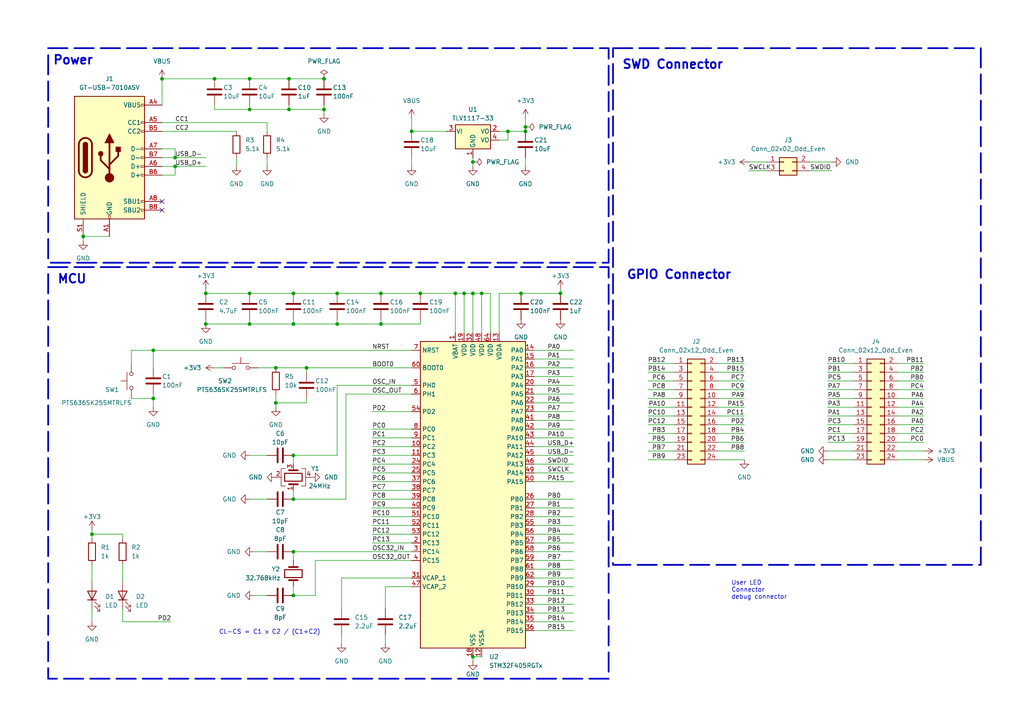
<source format=kicad_sch>
(kicad_sch (version 20230121) (generator eeschema)
  (paper "A4")
  (title_block (title "STM32F405 Development Board"))
  (lib_symbols
    (symbol "Connector:USB_C_Receptacle_USB2.0" (pin_names (offset 1.016))
      (property "Reference" "J" (at -10.16 19.05 0))
      (property "Value" "USB_C_Receptacle_USB2.0" (at 19.05 19.05 0))
      (symbol "USB_C_Receptacle_USB2.0_1_1"
        (pin passive line (at 0 -22.86 90) (length 5.08) (name "GND") (number "A1"))
        (pin passive line (at 0 -22.86 90) (length 5.08) hide (name "GND") (number "A12"))
        (pin passive line (at 15.24 15.24 180) (length 5.08) (name "VBUS") (number "A4"))
        (pin bidirectional line (at 15.24 10.16 180) (length 5.08) (name "CC1") (number "A5"))
        (pin bidirectional line (at 15.24 -2.54 180) (length 5.08) (name "D+") (number "A6"))
        (pin bidirectional line (at 15.24 2.54 180) (length 5.08) (name "D-") (number "A7"))
        (pin bidirectional line (at 15.24 -12.7 180) (length 5.08) (name "SBU1") (number "A8"))
        (pin passive line (at 15.24 15.24 180) (length 5.08) hide (name "VBUS") (number "A9"))
        (pin passive line (at 0 -22.86 90) (length 5.08) hide (name "GND") (number "B1"))
        (pin passive line (at 0 -22.86 90) (length 5.08) hide (name "GND") (number "B12"))
        (pin passive line (at 15.24 15.24 180) (length 5.08) hide (name "VBUS") (number "B4"))
        (pin bidirectional line (at 15.24 7.62 180) (length 5.08) (name "CC2") (number "B5"))
        (pin bidirectional line (at 15.24 -5.08 180) (length 5.08) (name "D+") (number "B6"))
        (pin bidirectional line (at 15.24 0 180) (length 5.08) (name "D-") (number "B7"))
        (pin bidirectional line (at 15.24 -15.24 180) (length 5.08) (name "SBU2") (number "B8"))
        (pin passive line (at 15.24 15.24 180) (length 5.08) hide (name "VBUS") (number "B9"))
        (pin passive line (at -7.62 -22.86 90) (length 5.08) (name "SHIELD") (number "S1"))
      )
    )
    (symbol "Connector_Generic:Conn_02x02_Odd_Even" (pin_names (offset 1.016) hide)
      (property "Reference" "J" (at 1.27 2.54 0))
      (property "Value" "Conn_02x02_Odd_Even" (at 1.27 -5.08 0))
      (symbol "Conn_02x02_Odd_Even_1_1"
        (pin passive line (at -5.08 0 0) (length 3.81) (name "Pin_1") (number "1"))
        (pin passive line (at 7.62 0 180) (length 3.81) (name "Pin_2") (number "2"))
        (pin passive line (at -5.08 -2.54 0) (length 3.81) (name "Pin_3") (number "3"))
        (pin passive line (at 7.62 -2.54 180) (length 3.81) (name "Pin_4") (number "4"))
      )
    )
    (symbol "Connector_Generic:Conn_02x12_Odd_Even" (pin_names (offset 1.016) hide)
      (property "Reference" "J" (at 1.27 15.24 0))
      (property "Value" "Conn_02x12_Odd_Even" (at 1.27 -17.78 0))
      (symbol "Conn_02x12_Odd_Even_1_1"
        (pin passive line (at -5.08 12.7 0) (length 3.81) (name "Pin_1") (number "1"))
        (pin passive line (at 7.62 2.54 180) (length 3.81) (name "Pin_10") (number "10"))
        (pin passive line (at -5.08 0 0) (length 3.81) (name "Pin_11") (number "11"))
        (pin passive line (at 7.62 0 180) (length 3.81) (name "Pin_12") (number "12"))
        (pin passive line (at -5.08 -2.54 0) (length 3.81) (name "Pin_13") (number "13"))
        (pin passive line (at 7.62 -2.54 180) (length 3.81) (name "Pin_14") (number "14"))
        (pin passive line (at -5.08 -5.08 0) (length 3.81) (name "Pin_15") (number "15"))
        (pin passive line (at 7.62 -5.08 180) (length 3.81) (name "Pin_16") (number "16"))
        (pin passive line (at -5.08 -7.62 0) (length 3.81) (name "Pin_17") (number "17"))
        (pin passive line (at 7.62 -7.62 180) (length 3.81) (name "Pin_18") (number "18"))
        (pin passive line (at -5.08 -10.16 0) (length 3.81) (name "Pin_19") (number "19"))
        (pin passive line (at 7.62 12.7 180) (length 3.81) (name "Pin_2") (number "2"))
        (pin passive line (at 7.62 -10.16 180) (length 3.81) (name "Pin_20") (number "20"))
        (pin passive line (at -5.08 -12.7 0) (length 3.81) (name "Pin_21") (number "21"))
        (pin passive line (at 7.62 -12.7 180) (length 3.81) (name "Pin_22") (number "22"))
        (pin passive line (at -5.08 -15.24 0) (length 3.81) (name "Pin_23") (number "23"))
        (pin passive line (at 7.62 -15.24 180) (length 3.81) (name "Pin_24") (number "24"))
        (pin passive line (at -5.08 10.16 0) (length 3.81) (name "Pin_3") (number "3"))
        (pin passive line (at 7.62 10.16 180) (length 3.81) (name "Pin_4") (number "4"))
        (pin passive line (at -5.08 7.62 0) (length 3.81) (name "Pin_5") (number "5"))
        (pin passive line (at 7.62 7.62 180) (length 3.81) (name "Pin_6") (number "6"))
        (pin passive line (at -5.08 5.08 0) (length 3.81) (name "Pin_7") (number "7"))
        (pin passive line (at 7.62 5.08 180) (length 3.81) (name "Pin_8") (number "8"))
        (pin passive line (at -5.08 2.54 0) (length 3.81) (name "Pin_9") (number "9"))
      )
    )
    (symbol "Device:C" (pin_numbers hide) (pin_names (offset 0.254))
      (property "Reference" "C" (at 0.635 2.54 0))
      (property "Value" "C" (at 0.635 -2.54 0))
      (symbol "C_1_1"
        (pin passive line (at 0 3.81 270) (length 2.794) (name "~") (number "1"))
        (pin passive line (at 0 -3.81 90) (length 2.794) (name "~") (number "2"))
      )
    )
    (symbol "Device:Crystal" (pin_numbers hide) (pin_names (offset 1.016) hide)
      (property "Reference" "Y" (at 0 3.81 0))
      (property "Value" "Crystal" (at 0 -3.81 0))
      (symbol "Crystal_1_1"
        (pin passive line (at -3.81 0 0) (length 1.27) (name "1") (number "1"))
        (pin passive line (at 3.81 0 180) (length 1.27) (name "2") (number "2"))
      )
    )
    (symbol "Device:Crystal_GND24" (pin_names (offset 1.016) hide)
      (property "Reference" "Y" (at 3.175 5.08 0))
      (property "Value" "Crystal_GND24" (at 3.175 3.175 0))
      (symbol "Crystal_GND24_1_1"
        (pin passive line (at -3.81 0 0) (length 1.27) (name "1") (number "1"))
        (pin passive line (at 0 5.08 270) (length 1.27) (name "2") (number "2"))
        (pin passive line (at 3.81 0 180) (length 1.27) (name "3") (number "3"))
        (pin passive line (at 0 -5.08 90) (length 1.27) (name "4") (number "4"))
      )
    )
    (symbol "Device:LED" (pin_numbers hide) (pin_names (offset 1.016) hide)
      (property "Reference" "D" (at 0 2.54 0))
      (property "Value" "LED" (at 0 -2.54 0))
      (symbol "LED_1_1"
        (pin passive line (at -3.81 0 0) (length 2.54) (name "K") (number "1"))
        (pin passive line (at 3.81 0 180) (length 2.54) (name "A") (number "2"))
      )
    )
    (symbol "Device:R" (pin_numbers hide) (pin_names (offset 0))
      (property "Reference" "R" (at 2.032 0 90))
      (property "Value" "R" (at 0 0 90))
      (symbol "R_1_1"
        (pin passive line (at 0 3.81 270) (length 1.27) (name "~") (number "1"))
        (pin passive line (at 0 -3.81 90) (length 1.27) (name "~") (number "2"))
      )
    )
    (symbol "MCU_ST_STM32F4:STM32F405RGTx"
      (property "Reference" "U" (at -15.24 46.99 0))
      (property "Value" "STM32F405RGTx" (at 10.16 46.99 0))
      (symbol "STM32F405RGTx_1_1"
        (pin power_in line (at -5.08 48.26 270) (length 2.54) (name "VBAT") (number "1"))
        (pin bidirectional line (at -17.78 15.24 0) (length 2.54) (name "PC2") (number "10"))
        (pin bidirectional line (at -17.78 12.7 0) (length 2.54) (name "PC3") (number "11"))
        (pin power_in line (at 2.54 -45.72 90) (length 2.54) (name "VSSA") (number "12"))
        (pin power_in line (at 7.62 48.26 270) (length 2.54) (name "VDDA") (number "13"))
        (pin bidirectional line (at 17.78 43.18 180) (length 2.54) (name "PA0") (number "14"))
        (pin bidirectional line (at 17.78 40.64 180) (length 2.54) (name "PA1") (number "15"))
        (pin bidirectional line (at 17.78 38.1 180) (length 2.54) (name "PA2") (number "16"))
        (pin bidirectional line (at 17.78 35.56 180) (length 2.54) (name "PA3") (number "17"))
        (pin power_in line (at 0 -45.72 90) (length 2.54) (name "VSS") (number "18"))
        (pin power_in line (at -2.54 48.26 270) (length 2.54) (name "VDD") (number "19"))
        (pin bidirectional line (at -17.78 -12.7 0) (length 2.54) (name "PC13") (number "2"))
        (pin bidirectional line (at 17.78 33.02 180) (length 2.54) (name "PA4") (number "20"))
        (pin bidirectional line (at 17.78 30.48 180) (length 2.54) (name "PA5") (number "21"))
        (pin bidirectional line (at 17.78 27.94 180) (length 2.54) (name "PA6") (number "22"))
        (pin bidirectional line (at 17.78 25.4 180) (length 2.54) (name "PA7") (number "23"))
        (pin bidirectional line (at -17.78 10.16 0) (length 2.54) (name "PC4") (number "24"))
        (pin bidirectional line (at -17.78 7.62 0) (length 2.54) (name "PC5") (number "25"))
        (pin bidirectional line (at 17.78 0 180) (length 2.54) (name "PB0") (number "26"))
        (pin bidirectional line (at 17.78 -2.54 180) (length 2.54) (name "PB1") (number "27"))
        (pin bidirectional line (at 17.78 -5.08 180) (length 2.54) (name "PB2") (number "28"))
        (pin bidirectional line (at 17.78 -25.4 180) (length 2.54) (name "PB10") (number "29"))
        (pin bidirectional line (at -17.78 -15.24 0) (length 2.54) (name "PC14") (number "3"))
        (pin bidirectional line (at 17.78 -27.94 180) (length 2.54) (name "PB11") (number "30"))
        (pin power_out line (at -17.78 -22.86 0) (length 2.54) (name "VCAP_1") (number "31"))
        (pin power_in line (at 0 48.26 270) (length 2.54) (name "VDD") (number "32"))
        (pin bidirectional line (at 17.78 -30.48 180) (length 2.54) (name "PB12") (number "33"))
        (pin bidirectional line (at 17.78 -33.02 180) (length 2.54) (name "PB13") (number "34"))
        (pin bidirectional line (at 17.78 -35.56 180) (length 2.54) (name "PB14") (number "35"))
        (pin bidirectional line (at 17.78 -38.1 180) (length 2.54) (name "PB15") (number "36"))
        (pin bidirectional line (at -17.78 5.08 0) (length 2.54) (name "PC6") (number "37"))
        (pin bidirectional line (at -17.78 2.54 0) (length 2.54) (name "PC7") (number "38"))
        (pin bidirectional line (at -17.78 0 0) (length 2.54) (name "PC8") (number "39"))
        (pin bidirectional line (at -17.78 -17.78 0) (length 2.54) (name "PC15") (number "4"))
        (pin bidirectional line (at -17.78 -2.54 0) (length 2.54) (name "PC9") (number "40"))
        (pin bidirectional line (at 17.78 22.86 180) (length 2.54) (name "PA8") (number "41"))
        (pin bidirectional line (at 17.78 20.32 180) (length 2.54) (name "PA9") (number "42"))
        (pin bidirectional line (at 17.78 17.78 180) (length 2.54) (name "PA10") (number "43"))
        (pin bidirectional line (at 17.78 15.24 180) (length 2.54) (name "PA11") (number "44"))
        (pin bidirectional line (at 17.78 12.7 180) (length 2.54) (name "PA12") (number "45"))
        (pin bidirectional line (at 17.78 10.16 180) (length 2.54) (name "PA13") (number "46"))
        (pin power_out line (at -17.78 -25.4 0) (length 2.54) (name "VCAP_2") (number "47"))
        (pin power_in line (at 2.54 48.26 270) (length 2.54) (name "VDD") (number "48"))
        (pin bidirectional line (at 17.78 7.62 180) (length 2.54) (name "PA14") (number "49"))
        (pin bidirectional line (at -17.78 33.02 0) (length 2.54) (name "PH0") (number "5"))
        (pin bidirectional line (at 17.78 5.08 180) (length 2.54) (name "PA15") (number "50"))
        (pin bidirectional line (at -17.78 -5.08 0) (length 2.54) (name "PC10") (number "51"))
        (pin bidirectional line (at -17.78 -7.62 0) (length 2.54) (name "PC11") (number "52"))
        (pin bidirectional line (at -17.78 -10.16 0) (length 2.54) (name "PC12") (number "53"))
        (pin bidirectional line (at -17.78 25.4 0) (length 2.54) (name "PD2") (number "54"))
        (pin bidirectional line (at 17.78 -7.62 180) (length 2.54) (name "PB3") (number "55"))
        (pin bidirectional line (at 17.78 -10.16 180) (length 2.54) (name "PB4") (number "56"))
        (pin bidirectional line (at 17.78 -12.7 180) (length 2.54) (name "PB5") (number "57"))
        (pin bidirectional line (at 17.78 -15.24 180) (length 2.54) (name "PB6") (number "58"))
        (pin bidirectional line (at 17.78 -17.78 180) (length 2.54) (name "PB7") (number "59"))
        (pin bidirectional line (at -17.78 30.48 0) (length 2.54) (name "PH1") (number "6"))
        (pin input line (at -17.78 38.1 0) (length 2.54) (name "BOOT0") (number "60"))
        (pin bidirectional line (at 17.78 -20.32 180) (length 2.54) (name "PB8") (number "61"))
        (pin bidirectional line (at 17.78 -22.86 180) (length 2.54) (name "PB9") (number "62"))
        (pin passive line (at 0 -45.72 90) (length 2.54) hide (name "VSS") (number "63"))
        (pin power_in line (at 5.08 48.26 270) (length 2.54) (name "VDD") (number "64"))
        (pin input line (at -17.78 43.18 0) (length 2.54) (name "NRST") (number "7"))
        (pin bidirectional line (at -17.78 20.32 0) (length 2.54) (name "PC0") (number "8"))
        (pin bidirectional line (at -17.78 17.78 0) (length 2.54) (name "PC1") (number "9"))
      )
    )
    (symbol "Regulator_Linear:TLV1117-33" (pin_names (offset 0.254))
      (property "Reference" "U2" (at 0 6.35 0))
      (property "Value" "TLV1117-33" (at 0 3.81 0))
      (symbol "TLV1117-33_1_1"
        (pin power_in line (at 0 -7.62 90) (length 2.54) (name "GND") (number "1"))
        (pin power_out line (at 7.62 0 180) (length 2.54) (name "VO") (number "2"))
        (pin power_in line (at -7.62 0 0) (length 2.54) (name "VI") (number "3"))
        (pin power_out line (at 7.62 -2.54 180) (length 2.54) (name "VO") (number "4"))
      )
    )
    (symbol "Switch:SW_Omron_B3FS" (pin_numbers hide) (pin_names (offset 1.016) hide)
      (property "Reference" "SW" (at 1.27 2.54 0))
      (property "Value" "SW_Omron_B3FS" (at 0 -1.524 0))
      (symbol "SW_Omron_B3FS_0_1"
        (pin passive line (at -5.08 0 0) (length 2.54) (name "1") (number "1"))
        (pin passive line (at 5.08 0 180) (length 2.54) (name "2") (number "2"))
      )
    )
    (symbol "power:+3V3" (power) (pin_names (offset 0))
      (property "Value" "+3V3" (at 0 3.556 0))
      (symbol "+3V3_1_1"
        (pin power_in line (at 0 0 90) (length 0) hide (name "+3V3") (number "1"))
      )
    )
    (symbol "power:GND" (power) (pin_names (offset 0))
      (property "Value" "GND" (at 0 -3.81 0))
      (symbol "GND_1_1"
        (pin power_in line (at 0 0 270) (length 0) hide (name "GND") (number "1"))
      )
    )
    (symbol "power:PWR_FLAG" (power) (pin_numbers hide) (pin_names (offset 0) hide)
      (property "Value" "PWR_FLAG" (at 0 3.81 0))
      (symbol "PWR_FLAG_0_0"
        (pin power_out line (at 0 0 90) (length 0) (name "pwr") (number "1"))
      )
    )
    (symbol "power:VBUS" (power) (pin_names (offset 0))
      (property "Value" "VBUS" (at 0 3.81 0))
      (symbol "VBUS_1_1"
        (pin power_in line (at 0 0 90) (length 0) hide (name "VBUS") (number "1"))
      )
    )
  )
  (junction (at 88.9 106.68))
  (junction (at 97.79 93.98))
  (junction (at 72.39 22.86))
  (junction (at 59.69 85.09))
  (junction (at 85.09 172.72))
  (junction (at 44.45 115.57))
  (junction (at 110.49 85.09))
  (junction (at 83.82 31.75))
  (junction (at 72.39 31.75))
  (junction (at 97.79 85.09))
  (junction (at 50.8 45.72))
  (junction (at 80.01 116.84))
  (junction (at 85.09 132.08))
  (junction (at 93.98 31.75))
  (junction (at 26.67 154.94))
  (junction (at 62.23 22.86))
  (junction (at 137.16 85.09))
  (junction (at 110.49 93.98))
  (junction (at 83.82 22.86))
  (junction (at 85.09 160.02))
  (junction (at 147.32 38.1))
  (junction (at 85.09 144.78))
  (junction (at 72.39 93.98))
  (junction (at 151.13 85.09))
  (junction (at 85.09 85.09))
  (junction (at 80.01 106.68))
  (junction (at 134.62 85.09))
  (junction (at 44.45 101.6))
  (junction (at 50.8 48.26))
  (junction (at 119.38 38.1))
  (junction (at 85.09 93.98))
  (junction (at 137.16 46.99))
  (junction (at 93.98 22.86))
  (junction (at 152.4 38.1))
  (junction (at 152.4 36.83))
  (junction (at 137.16 190.5))
  (junction (at 139.7 85.09))
  (junction (at 162.56 85.09))
  (junction (at 132.08 85.09))
  (junction (at 121.92 85.09))
  (junction (at 24.13 68.58))
  (junction (at 72.39 85.09))
  (junction (at 46.99 22.86))
  (junction (at 59.69 93.98))
  (no_connect (at 46.99 60.96))
  (no_connect (at 46.99 58.42))
  (wire (pts (xy 215.9 113.03) (xy 208.28 113.03)))
  (wire (pts (xy 215.9 120.65) (xy 208.28 120.65)))
  (wire (pts (xy 154.94 149.86) (xy 166.37 149.86)))
  (wire (pts (xy 107.95 142.24) (xy 119.38 142.24)))
  (wire (pts (xy 134.62 85.09) (xy 134.62 96.52)))
  (wire (pts (xy 154.94 144.78) (xy 166.37 144.78)))
  (wire (pts (xy 215.9 110.49) (xy 208.28 110.49)))
  (wire (pts (xy 68.58 45.72) (xy 68.58 48.26)))
  (wire (pts (xy 240.03 110.49) (xy 247.65 110.49)))
  (wire (pts (xy 154.94 127) (xy 166.37 127)))
  (wire (pts (xy 35.56 163.83) (xy 35.56 168.91)))
  (wire (pts (xy 72.39 85.09) (xy 85.09 85.09)))
  (wire (pts (xy 110.49 85.09) (xy 121.92 85.09)))
  (wire (pts (xy 139.7 85.09) (xy 142.24 85.09)))
  (wire (pts (xy 100.33 114.3) (xy 119.38 114.3)))
  (wire (pts (xy 267.97 128.27) (xy 260.35 128.27)))
  (wire (pts (xy 121.92 85.09) (xy 132.08 85.09)))
  (wire (pts (xy 154.94 160.02) (xy 166.37 160.02)))
  (wire (pts (xy 44.45 115.57) (xy 44.45 114.3)))
  (wire (pts (xy 107.95 119.38) (xy 119.38 119.38)))
  (wire (pts (xy 144.78 38.1) (xy 147.32 38.1)))
  (wire (pts (xy 24.13 68.58) (xy 31.75 68.58)))
  (wire (pts (xy 91.44 172.72) (xy 91.44 162.56)))
  (wire (pts (xy 240.03 120.65) (xy 247.65 120.65)))
  (wire (pts (xy 100.33 144.78) (xy 100.33 114.3)))
  (wire (pts (xy 152.4 34.29) (xy 152.4 36.83)))
  (wire (pts (xy 107.95 157.48) (xy 119.38 157.48)))
  (wire (pts (xy 195.58 120.65) (xy 187.96 120.65)))
  (wire (pts (xy 154.94 167.64) (xy 166.37 167.64)))
  (wire (pts (xy 217.17 46.99) (xy 222.25 46.99)))
  (wire (pts (xy 46.99 35.56) (xy 77.47 35.56)))
  (wire (pts (xy 97.79 111.76) (xy 119.38 111.76)))
  (wire (pts (xy 83.82 22.86) (xy 93.98 22.86)))
  (wire (pts (xy 154.94 129.54) (xy 166.37 129.54)))
  (wire (pts (xy 85.09 170.18) (xy 85.09 172.72)))
  (wire (pts (xy 50.8 43.18) (xy 46.99 43.18)))
  (wire (pts (xy 215.9 130.81) (xy 208.28 130.81)))
  (wire (pts (xy 240.03 125.73) (xy 247.65 125.73)))
  (wire (pts (xy 240.03 107.95) (xy 247.65 107.95)))
  (wire (pts (xy 154.94 106.68) (xy 166.37 106.68)))
  (wire (pts (xy 59.69 83.82) (xy 59.69 85.09)))
  (wire (pts (xy 85.09 92.71) (xy 85.09 93.98)))
  (wire (pts (xy 195.58 125.73) (xy 187.96 125.73)))
  (wire (pts (xy 72.39 31.75) (xy 62.23 31.75)))
  (wire (pts (xy 139.7 85.09) (xy 137.16 85.09)))
  (wire (pts (xy 107.95 147.32) (xy 119.38 147.32)))
  (wire (pts (xy 240.03 113.03) (xy 247.65 113.03)))
  (wire (pts (xy 267.97 133.35) (xy 260.35 133.35)))
  (wire (pts (xy 77.47 35.56) (xy 77.47 38.1)))
  (wire (pts (xy 195.58 130.81) (xy 187.96 130.81)))
  (wire (pts (xy 147.32 38.1) (xy 147.32 40.64)))
  (wire (pts (xy 260.35 130.81) (xy 267.97 130.81)))
  (wire (pts (xy 99.06 184.15) (xy 99.06 186.69)))
  (wire (pts (xy 215.9 123.19) (xy 208.28 123.19)))
  (wire (pts (xy 46.99 22.86) (xy 62.23 22.86)))
  (wire (pts (xy 107.95 154.94) (xy 119.38 154.94)))
  (wire (pts (xy 38.1 101.6) (xy 44.45 101.6)))
  (wire (pts (xy 88.9 116.84) (xy 80.01 116.84)))
  (wire (pts (xy 107.95 137.16) (xy 119.38 137.16)))
  (wire (pts (xy 195.58 107.95) (xy 187.96 107.95)))
  (wire (pts (xy 26.67 163.83) (xy 26.67 168.91)))
  (wire (pts (xy 59.69 85.09) (xy 72.39 85.09)))
  (wire (pts (xy 85.09 93.98) (xy 97.79 93.98)))
  (wire (pts (xy 215.9 115.57) (xy 208.28 115.57)))
  (wire (pts (xy 85.09 85.09) (xy 97.79 85.09)))
  (wire (pts (xy 119.38 167.64) (xy 99.06 167.64)))
  (wire (pts (xy 119.38 170.18) (xy 111.76 170.18)))
  (wire (pts (xy 119.38 34.29) (xy 119.38 38.1)))
  (wire (pts (xy 24.13 68.58) (xy 24.13 69.85)))
  (wire (pts (xy 107.95 134.62) (xy 119.38 134.62)))
  (wire (pts (xy 91.44 162.56) (xy 119.38 162.56)))
  (wire (pts (xy 44.45 115.57) (xy 44.45 118.11)))
  (wire (pts (xy 35.56 176.53) (xy 35.56 180.34)))
  (wire (pts (xy 97.79 132.08) (xy 85.09 132.08)))
  (wire (pts (xy 137.16 45.72) (xy 137.16 46.99)))
  (wire (pts (xy 119.38 45.72) (xy 119.38 48.26)))
  (wire (pts (xy 132.08 85.09) (xy 132.08 96.52)))
  (wire (pts (xy 121.92 93.98) (xy 121.92 92.71)))
  (wire (pts (xy 85.09 160.02) (xy 119.38 160.02)))
  (wire (pts (xy 154.94 175.26) (xy 166.37 175.26)))
  (wire (pts (xy 151.13 85.09) (xy 162.56 85.09)))
  (wire (pts (xy 72.39 30.48) (xy 72.39 31.75)))
  (wire (pts (xy 72.39 132.08) (xy 77.47 132.08)))
  (wire (pts (xy 44.45 101.6) (xy 44.45 106.68)))
  (wire (pts (xy 144.78 85.09) (xy 151.13 85.09)))
  (wire (pts (xy 72.39 144.78) (xy 77.47 144.78)))
  (wire (pts (xy 234.95 46.99) (xy 241.3 46.99)))
  (wire (pts (xy 72.39 92.71) (xy 72.39 93.98)))
  (wire (pts (xy 85.09 172.72) (xy 91.44 172.72)))
  (wire (pts (xy 80.01 116.84) (xy 80.01 118.11)))
  (wire (pts (xy 62.23 106.68) (xy 64.77 106.68)))
  (wire (pts (xy 215.9 118.11) (xy 208.28 118.11)))
  (wire (pts (xy 154.94 152.4) (xy 166.37 152.4)))
  (wire (pts (xy 154.94 109.22) (xy 166.37 109.22)))
  (wire (pts (xy 35.56 180.34) (xy 49.53 180.34)))
  (wire (pts (xy 107.95 152.4) (xy 119.38 152.4)))
  (wire (pts (xy 154.94 137.16) (xy 166.37 137.16)))
  (wire (pts (xy 26.67 176.53) (xy 26.67 180.34)))
  (wire (pts (xy 154.94 116.84) (xy 166.37 116.84)))
  (wire (pts (xy 137.16 191.77) (xy 137.16 190.5)))
  (wire (pts (xy 195.58 110.49) (xy 187.96 110.49)))
  (wire (pts (xy 50.8 48.26) (xy 59.69 48.26)))
  (wire (pts (xy 107.95 124.46) (xy 119.38 124.46)))
  (wire (pts (xy 46.99 50.8) (xy 50.8 50.8)))
  (wire (pts (xy 97.79 93.98) (xy 110.49 93.98)))
  (wire (pts (xy 26.67 154.94) (xy 35.56 154.94)))
  (wire (pts (xy 154.94 111.76) (xy 166.37 111.76)))
  (wire (pts (xy 240.03 128.27) (xy 247.65 128.27)))
  (wire (pts (xy 154.94 104.14) (xy 166.37 104.14)))
  (wire (pts (xy 137.16 85.09) (xy 137.16 96.52)))
  (wire (pts (xy 144.78 40.64) (xy 147.32 40.64)))
  (wire (pts (xy 267.97 105.41) (xy 260.35 105.41)))
  (wire (pts (xy 240.03 130.81) (xy 247.65 130.81)))
  (wire (pts (xy 154.94 139.7) (xy 166.37 139.7)))
  (wire (pts (xy 97.79 92.71) (xy 97.79 93.98)))
  (wire (pts (xy 46.99 38.1) (xy 68.58 38.1)))
  (wire (pts (xy 50.8 45.72) (xy 50.8 43.18)))
  (wire (pts (xy 97.79 85.09) (xy 110.49 85.09)))
  (wire (pts (xy 107.95 127) (xy 119.38 127)))
  (wire (pts (xy 267.97 115.57) (xy 260.35 115.57)))
  (wire (pts (xy 154.94 114.3) (xy 166.37 114.3)))
  (wire (pts (xy 35.56 154.94) (xy 35.56 156.21)))
  (wire (pts (xy 267.97 120.65) (xy 260.35 120.65)))
  (wire (pts (xy 144.78 85.09) (xy 144.78 96.52)))
  (wire (pts (xy 111.76 170.18) (xy 111.76 176.53)))
  (wire (pts (xy 195.58 123.19) (xy 187.96 123.19)))
  (wire (pts (xy 215.9 125.73) (xy 208.28 125.73)))
  (wire (pts (xy 215.9 107.95) (xy 208.28 107.95)))
  (wire (pts (xy 217.17 49.53) (xy 222.25 49.53)))
  (wire (pts (xy 119.38 38.1) (xy 129.54 38.1)))
  (wire (pts (xy 93.98 31.75) (xy 93.98 33.02)))
  (wire (pts (xy 50.8 48.26) (xy 46.99 48.26)))
  (wire (pts (xy 107.95 144.78) (xy 119.38 144.78)))
  (wire (pts (xy 267.97 118.11) (xy 260.35 118.11)))
  (wire (pts (xy 247.65 133.35) (xy 240.03 133.35)))
  (wire (pts (xy 267.97 113.03) (xy 260.35 113.03)))
  (wire (pts (xy 154.94 119.38) (xy 166.37 119.38)))
  (wire (pts (xy 107.95 132.08) (xy 119.38 132.08)))
  (wire (pts (xy 93.98 31.75) (xy 83.82 31.75)))
  (wire (pts (xy 154.94 170.18) (xy 166.37 170.18)))
  (wire (pts (xy 38.1 101.6) (xy 38.1 105.41)))
  (wire (pts (xy 99.06 167.64) (xy 99.06 176.53)))
  (wire (pts (xy 97.79 111.76) (xy 97.79 132.08)))
  (wire (pts (xy 38.1 115.57) (xy 44.45 115.57)))
  (wire (pts (xy 154.94 182.88) (xy 166.37 182.88)))
  (wire (pts (xy 50.8 50.8) (xy 50.8 48.26)))
  (wire (pts (xy 88.9 115.57) (xy 88.9 116.84)))
  (wire (pts (xy 267.97 107.95) (xy 260.35 107.95)))
  (wire (pts (xy 215.9 105.41) (xy 208.28 105.41)))
  (wire (pts (xy 50.8 45.72) (xy 59.69 45.72)))
  (wire (pts (xy 154.94 180.34) (xy 166.37 180.34)))
  (wire (pts (xy 62.23 22.86) (xy 72.39 22.86)))
  (wire (pts (xy 80.01 114.3) (xy 80.01 116.84)))
  (wire (pts (xy 195.58 118.11) (xy 187.96 118.11)))
  (wire (pts (xy 107.95 149.86) (xy 119.38 149.86)))
  (wire (pts (xy 195.58 113.03) (xy 187.96 113.03)))
  (wire (pts (xy 154.94 154.94) (xy 166.37 154.94)))
  (wire (pts (xy 80.01 106.68) (xy 88.9 106.68)))
  (wire (pts (xy 73.66 172.72) (xy 77.47 172.72)))
  (wire (pts (xy 154.94 134.62) (xy 166.37 134.62)))
  (wire (pts (xy 72.39 93.98) (xy 85.09 93.98)))
  (wire (pts (xy 85.09 132.08) (xy 85.09 134.62)))
  (wire (pts (xy 85.09 144.78) (xy 100.33 144.78)))
  (wire (pts (xy 234.95 49.53) (xy 241.3 49.53)))
  (wire (pts (xy 195.58 128.27) (xy 187.96 128.27)))
  (wire (pts (xy 267.97 110.49) (xy 260.35 110.49)))
  (wire (pts (xy 74.93 106.68) (xy 80.01 106.68)))
  (wire (pts (xy 137.16 190.5) (xy 139.7 190.5)))
  (wire (pts (xy 132.08 85.09) (xy 134.62 85.09)))
  (wire (pts (xy 107.95 139.7) (xy 119.38 139.7)))
  (wire (pts (xy 83.82 31.75) (xy 72.39 31.75)))
  (wire (pts (xy 195.58 133.35) (xy 187.96 133.35)))
  (wire (pts (xy 195.58 115.57) (xy 187.96 115.57)))
  (wire (pts (xy 154.94 147.32) (xy 166.37 147.32)))
  (wire (pts (xy 110.49 93.98) (xy 121.92 93.98)))
  (wire (pts (xy 240.03 123.19) (xy 247.65 123.19)))
  (wire (pts (xy 77.47 45.72) (xy 77.47 48.26)))
  (wire (pts (xy 142.24 85.09) (xy 142.24 96.52)))
  (wire (pts (xy 85.09 142.24) (xy 85.09 144.78)))
  (wire (pts (xy 154.94 165.1) (xy 166.37 165.1)))
  (wire (pts (xy 154.94 121.92) (xy 166.37 121.92)))
  (wire (pts (xy 154.94 172.72) (xy 166.37 172.72)))
  (wire (pts (xy 72.39 22.86) (xy 83.82 22.86)))
  (wire (pts (xy 93.98 30.48) (xy 93.98 31.75)))
  (wire (pts (xy 240.03 118.11) (xy 247.65 118.11)))
  (wire (pts (xy 110.49 92.71) (xy 110.49 93.98)))
  (wire (pts (xy 162.56 83.82) (xy 162.56 85.09)))
  (wire (pts (xy 152.4 45.72) (xy 152.4 48.26)))
  (wire (pts (xy 154.94 162.56) (xy 166.37 162.56)))
  (wire (pts (xy 46.99 22.86) (xy 46.99 30.48)))
  (wire (pts (xy 267.97 123.19) (xy 260.35 123.19)))
  (wire (pts (xy 240.03 105.41) (xy 247.65 105.41)))
  (wire (pts (xy 154.94 101.6) (xy 166.37 101.6)))
  (wire (pts (xy 137.16 46.99) (xy 137.16 48.26)))
  (wire (pts (xy 73.66 160.02) (xy 77.47 160.02)))
  (wire (pts (xy 59.69 92.71) (xy 59.69 93.98)))
  (wire (pts (xy 59.69 93.98) (xy 72.39 93.98)))
  (wire (pts (xy 267.97 125.73) (xy 260.35 125.73)))
  (wire (pts (xy 134.62 85.09) (xy 137.16 85.09)))
  (wire (pts (xy 215.9 133.35) (xy 208.28 133.35)))
  (wire (pts (xy 62.23 31.75) (xy 62.23 30.48)))
  (wire (pts (xy 26.67 154.94) (xy 26.67 156.21)))
  (wire (pts (xy 88.9 106.68) (xy 88.9 107.95)))
  (wire (pts (xy 195.58 105.41) (xy 187.96 105.41)))
  (wire (pts (xy 107.95 129.54) (xy 119.38 129.54)))
  (wire (pts (xy 154.94 157.48) (xy 166.37 157.48)))
  (wire (pts (xy 111.76 184.15) (xy 111.76 186.69)))
  (wire (pts (xy 152.4 36.83) (xy 152.4 38.1)))
  (wire (pts (xy 139.7 96.52) (xy 139.7 85.09)))
  (wire (pts (xy 88.9 106.68) (xy 119.38 106.68)))
  (wire (pts (xy 154.94 132.08) (xy 166.37 132.08)))
  (wire (pts (xy 240.03 115.57) (xy 247.65 115.57)))
  (wire (pts (xy 44.45 101.6) (xy 119.38 101.6)))
  (wire (pts (xy 154.94 177.8) (xy 166.37 177.8)))
  (wire (pts (xy 147.32 38.1) (xy 152.4 38.1)))
  (wire (pts (xy 215.9 128.27) (xy 208.28 128.27)))
  (wire (pts (xy 46.99 45.72) (xy 50.8 45.72)))
  (wire (pts (xy 154.94 124.46) (xy 166.37 124.46)))
  (wire (pts (xy 83.82 30.48) (xy 83.82 31.75)))
  (wire (pts (xy 26.67 153.67) (xy 26.67 154.94)))
  (wire (pts (xy 85.09 160.02) (xy 85.09 162.56)))
  (rectangle (start 13.97 77.47) (end 176.53 196.85) (stroke (width 0.508) (type dash)))
  (rectangle (start 13.97 13.97) (end 176.53 76.2) (stroke (width 0.508) (type dash)))
  (rectangle (start 177.8 13.97) (end 284.48 163.83) (stroke (width 0.508) (type dash)))
  (text "Power" (at 15.24 19.05 0) (effects (font (size 2.54 2.54) (thickness 0.508) bold) (justify left bottom)))
  (text "CL-CS = C1 x C2 / (C1+C2)" (at 63.5 184.15 0) (effects (font (size 1.27 1.27)) (justify left bottom)))
  (text "GPIO Connector\n" (at 181.61 81.28 0) (effects (font (size 2.54 2.54) (thickness 0.508) bold) (justify left bottom)))
  (text "User LED\nConnector\ndebug connector\n" (at 212.09 173.99 0) (effects (font (size 1.27 1.27)) (justify left bottom)))
  (text "SWD Connector\n" (at 180.34 20.32 0) (effects (font (size 2.54 2.54) (thickness 0.508) bold) (justify left bottom)))
  (text "MCU\n" (at 16.51 82.55 0) (effects (font (size 2.54 2.54) (thickness 0.508) bold) (justify left bottom)))
  (label "USB_D-" (at 158.75 132.08 0))
  (label "PB9" (at 158.75 167.64 0))
  (label "PB8" (at 215.9 130.81 180))
  (label "PC10" (at 107.95 149.86 0))
  (label "PA9" (at 158.75 124.46 0))
  (label "PB0" (at 158.75 144.78 0))
  (label "PB5" (at 158.75 157.48 0))
  (label "PA2" (at 267.97 120.65 180))
  (label "SWCLK" (at 158.75 137.16 0))
  (label "PC3" (at 107.95 132.08 0))
  (label "PD2" (at 215.9 123.19 180))
  (label "PC10" (at 193.04 120.65 180))
  (label "PC12" (at 193.04 123.19 180))
  (label "PB1" (at 240.03 107.95 0))
  (label "PA9" (at 215.9 115.57 180))
  (label "OSC32_IN" (at 107.95 160.02 0))
  (label "PA1" (at 240.03 120.65 0))
  (label "PC4" (at 267.97 113.03 180))
  (label "PC5" (at 240.03 110.49 0))
  (label "PA3" (at 158.75 109.22 0))
  (label "PC8" (at 107.95 144.78 0))
  (label "PC7" (at 107.95 142.24 0))
  (label "PB4" (at 158.75 154.94 0))
  (label "PD2" (at 107.95 119.38 0))
  (label "PC0" (at 267.97 128.27 180))
  (label "PA7" (at 240.03 113.03 0))
  (label "PC7" (at 215.9 110.49 180))
  (label "PB15" (at 215.9 107.95 180))
  (label "PB3" (at 158.75 152.4 0))
  (label "PA4" (at 158.75 111.76 0))
  (label "SWCLK" (at 217.17 49.53 0))
  (label "PC9" (at 107.95 147.32 0))
  (label "PC4" (at 107.95 134.62 0))
  (label "PC1" (at 107.95 127 0))
  (label "PA5" (at 158.75 114.3 0))
  (label "PB8" (at 158.75 165.1 0))
  (label "PC11" (at 215.9 120.65 180))
  (label "PA10" (at 193.04 118.11 180))
  (label "PC12" (at 107.95 154.94 0))
  (label "PB12" (at 193.04 105.41 180))
  (label "PB4" (at 215.9 125.73 180))
  (label "PB2" (at 267.97 107.95 180))
  (label "PA6" (at 158.75 116.84 0))
  (label "PB11" (at 267.97 105.41 180))
  (label "PA15" (at 158.75 139.7 0))
  (label "USB_D+" (at 50.8 48.26 0))
  (label "PA15" (at 215.9 118.11 180))
  (label "NRST" (at 107.95 101.6 0))
  (label "PC11" (at 107.95 152.4 0))
  (label "SWDIO" (at 158.75 134.62 0))
  (label "BOOT0" (at 107.95 106.68 0))
  (label "PB5" (at 193.04 128.27 180))
  (label "PC1" (at 240.03 125.73 0))
  (label "PA4" (at 267.97 118.11 180))
  (label "PA10" (at 158.75 127 0))
  (label "OSC_IN" (at 107.95 111.76 0))
  (label "PA8" (at 158.75 121.92 0))
  (label "PC3" (at 240.03 123.19 0))
  (label "PC13" (at 240.03 128.27 0))
  (label "PB1" (at 158.75 147.32 0))
  (label "OSC_OUT" (at 107.95 114.3 0))
  (label "CC1" (at 50.8 35.56 0))
  (label "PA0" (at 158.75 101.6 0))
  (label "PA5" (at 240.03 115.57 0))
  (label "PA6" (at 267.97 115.57 180))
  (label "PB9" (at 193.04 133.35 180))
  (label "PC8" (at 193.04 113.03 180))
  (label "PA1" (at 158.75 104.14 0))
  (label "PB12" (at 158.75 175.26 0))
  (label "PB11" (at 158.75 172.72 0))
  (label "PB2" (at 158.75 149.86 0))
  (label "PC6" (at 193.04 110.49 180))
  (label "PB7" (at 193.04 130.81 180))
  (label "PB10" (at 158.75 170.18 0))
  (label "PC9" (at 215.9 113.03 180))
  (label "PB13" (at 215.9 105.41 180))
  (label "PB15" (at 158.75 182.88 0))
  (label "PA8" (at 193.04 115.57 180))
  (label "CC2" (at 50.8 38.1 0))
  (label "PB14" (at 158.75 180.34 0))
  (label "PB3" (at 193.04 125.73 180))
  (label "PB0" (at 267.97 110.49 180))
  (label "PC2" (at 267.97 125.73 180))
  (label "PC0" (at 107.95 124.46 0))
  (label "USB_D-" (at 50.8 45.72 0))
  (label "PA3" (at 240.03 118.11 0))
  (label "PB7" (at 158.75 162.56 0))
  (label "PB10" (at 240.03 105.41 0))
  (label "PC5" (at 107.95 137.16 0))
  (label "SWDIO" (at 234.95 49.53 0))
  (label "USB_D+" (at 158.75 129.54 0))
  (label "PC6" (at 107.95 139.7 0))
  (label "PA0" (at 267.97 123.19 180))
  (label "PD2" (at 45.72 180.34 0))
  (label "PA2" (at 158.75 106.68 0))
  (label "PC2" (at 107.95 129.54 0))
  (label "PB6" (at 158.75 160.02 0))
  (label "PC13" (at 107.95 157.48 0))
  (label "PA7" (at 158.75 119.38 0))
  (label "PB6" (at 215.9 128.27 180))
  (label "PB13" (at 158.75 177.8 0))
  (label "PB14" (at 193.04 107.95 180))
  (label "OSC32_OUT" (at 107.95 162.56 0))
  (symbol (lib_id "Device:Crystal_GND24") (at 85.09 138.43 90) (unit 1)
    (property "Reference" "Y1" (at 91.44 135.89 90))
    (property "Value" "24MHz" (at 92.71 140.97 90))
    (property "Footprint" "Crystal:Crystal_SMD_2520-4Pin_2.5x2.0mm" (effects hide))
    (property "LCSC Part#" "C2901725" (effects hide))
  )
  (symbol (lib_id "Device:C") (at 151.13 88.9 0) (unit 1)
    (property "Reference" "C20" (at 153.67 87.63 0) (effects (justify left)))
    (property "Value" "100nF" (at 153.67 90.17 0) (effects (justify left)))
    (property "Footprint" "Capacitor_SMD:C_0603_1608Metric" (effects hide))
    (property "LCSC Part#" "C14663" (effects hide))
  )
  (symbol (lib_id "Device:R") (at 80.01 110.49 0) (unit 1)
    (property "Reference" "R5" (at 82.55 109.22 0) (effects (justify left)))
    (property "Value" "10k" (at 82.55 111.76 0) (effects (justify left)))
    (property "Footprint" "Resistor_SMD:R_0603_1608Metric" (effects hide))
    (property "LCSC Part#" "C98220" (effects hide))
  )
  (symbol (lib_id "Device:C") (at 88.9 111.76 0) (unit 1)
    (property "Reference" "C12" (at 91.44 110.49 0) (effects (justify left)))
    (property "Value" "100nF" (at 91.44 113.03 0) (effects (justify left)))
    (property "Footprint" "Capacitor_SMD:C_0603_1608Metric" (effects hide))
    (property "LCSC Part#" "C14663" (effects hide))
  )
  (symbol (lib_id "Device:C") (at 99.06 180.34 0) (unit 1)
    (property "Reference" "C15" (at 102.87 179.07 0) (effects (justify left)))
    (property "Value" "2.2uF" (at 102.87 181.61 0) (effects (justify left)))
    (property "Footprint" "Capacitor_SMD:C_0603_1608Metric" (effects hide))
    (property "LCSC Part#" "C126582" (effects hide))
  )
  (symbol (lib_id "power:GND") (at 90.17 138.43 90) (unit 1)
    (property "Reference" "#PWR017" (effects hide))
    (property "Value" "GND" (at 93.98 138.43 90) (effects (justify right)))
  )
  (symbol (lib_id "power:GND") (at 99.06 186.69 0) (unit 1)
    (property "Reference" "#PWR019" (effects hide))
    (property "Value" "GND" (at 99.06 191.77 0))
  )
  (symbol (lib_id "Device:C") (at 72.39 26.67 0) (unit 1)
    (property "Reference" "C4" (at 74.93 25.4 0) (effects (justify left)))
    (property "Value" "10uF" (at 74.93 27.94 0) (effects (justify left)))
    (property "Footprint" "Capacitor_SMD:C_0603_1608Metric" (effects hide))
    (property "LCSC Part#" "C77044" (effects hide))
  )
  (symbol (lib_id "Switch:SW_Omron_B3FS") (at 38.1 110.49 90) (unit 1)
    (property "Reference" "SW1" (at 30.48 113.03 90) (effects (justify right)))
    (property "Value" "PTS636SK25SMTRLFS" (at 17.78 116.84 90) (effects (justify right)))
    (property "Footprint" "Button_Switch_SMD:SW_Tactile_SPST_NO_Straight_CK_PTS636Sx25SMTRLFS" (effects hide))
    (property "Datasheet" "https://datasheet.lcsc.com/lcsc/2110271930_C-K-PTS636SK25SMTRLFS_C2689642.pdf" (effects hide))
    (property "LCSC Part#" "C2689642" (effects hide))
  )
  (symbol (lib_id "Connector_Generic:Conn_02x12_Odd_Even") (at 200.66 118.11 0) (unit 1)
    (property "Reference" "J2" (at 201.93 99.06 0))
    (property "Value" "Conn_02x12_Odd_Even" (at 201.93 101.6 0))
    (property "Footprint" "Connector_PinHeader_2.54mm:PinHeader_2x12_P2.54mm_Vertical" (effects hide))
    (property "LCSC Part#" "C2935922" (effects hide))
  )
  (symbol (lib_id "Device:R") (at 68.58 41.91 0) (unit 1)
    (property "Reference" "R3" (at 71.12 40.64 0) (effects (justify left)))
    (property "Value" "5.1k" (at 71.12 43.18 0) (effects (justify left)))
    (property "Footprint" "Resistor_SMD:R_0603_1608Metric" (effects hide))
    (property "LCSC Part#" "C144594" (effects hide))
  )
  (symbol (lib_id "Device:C") (at 81.28 144.78 90) (unit 1)
    (property "Reference" "C7" (at 81.28 148.59 90))
    (property "Value" "10pF" (at 81.28 151.13 90))
    (property "Footprint" "Capacitor_SMD:C_0603_1608Metric" (effects hide))
    (property "LCSC Part#" "C470847" (effects hide))
  )
  (symbol (lib_id "power:GND") (at 59.69 93.98 0) (unit 1)
    (property "Reference" "#PWR07" (effects hide))
    (property "Value" "GND" (at 59.69 99.06 0))
  )
  (symbol (lib_id "Device:R") (at 77.47 41.91 0) (unit 1)
    (property "Reference" "R4" (at 80.01 40.64 0) (effects (justify left)))
    (property "Value" "5.1k" (at 80.01 43.18 0) (effects (justify left)))
    (property "Footprint" "Resistor_SMD:R_0603_1608Metric" (effects hide))
    (property "LCSC Part#" "C144594" (effects hide))
  )
  (symbol (lib_id "Connector_Generic:Conn_02x02_Odd_Even") (at 227.33 46.99 0) (unit 1)
    (property "Reference" "J3" (at 228.6 40.64 0))
    (property "Value" "Conn_02x02_Odd_Even" (at 228.6 43.18 0))
    (property "Footprint" "Connector_PinHeader_2.54mm:PinHeader_2x02_P2.54mm_Vertical_SMD" (effects hide))
    (property "LCSC Part#" "C5160776" (effects hide))
  )
  (symbol (lib_id "power:PWR_FLAG") (at 137.16 46.99 270) (unit 1)
    (property "Reference" "#FLG02" (effects hide))
    (property "Value" "PWR_FLAG" (at 140.97 46.99 90) (effects (justify left)))
  )
  (symbol (lib_id "Device:C") (at 72.39 88.9 0) (unit 1)
    (property "Reference" "C5" (at 74.93 87.63 0) (effects (justify left)))
    (property "Value" "100nF" (at 74.93 90.17 0) (effects (justify left)))
    (property "Footprint" "Capacitor_SMD:C_0603_1608Metric" (effects hide))
    (property "LCSC Part#" "C14663" (effects hide))
  )
  (symbol (lib_id "power:+3V3") (at 217.17 46.99 90) (unit 1)
    (property "Reference" "#PWR031" (effects hide))
    (property "Value" "+3V3" (at 213.36 46.99 90) (effects (justify left)))
  )
  (symbol (lib_id "power:VBUS") (at 267.97 133.35 270) (mirror x) (unit 1)
    (property "Reference" "#PWR033" (effects hide))
    (property "Value" "VBUS" (at 271.78 133.35 90) (effects (justify left)))
  )
  (symbol (lib_id "Switch:SW_Omron_B3FS") (at 69.85 106.68 0) (unit 1)
    (property "Reference" "SW2" (at 67.31 110.49 0) (effects (justify right)))
    (property "Value" "PTS636SK25SMTRLFS" (at 77.47 113.03 0) (effects (justify right)))
    (property "Footprint" "Button_Switch_SMD:SW_Tactile_SPST_NO_Straight_CK_PTS636Sx25SMTRLFS" (effects hide))
    (property "Datasheet" "https://datasheet.lcsc.com/lcsc/2110271930_C-K-PTS636SK25SMTRLFS_C2689642.pdf" (effects hide))
    (property "LCSC Part#" "C2689642" (effects hide))
  )
  (symbol (lib_id "power:GND") (at 137.16 48.26 0) (unit 1)
    (property "Reference" "#PWR023" (effects hide))
    (property "Value" "GND" (at 137.16 53.34 0))
  )
  (symbol (lib_id "Device:C") (at 119.38 41.91 0) (unit 1)
    (property "Reference" "C18" (at 121.92 40.64 0) (effects (justify left)))
    (property "Value" "10uF" (at 121.92 43.18 0) (effects (justify left)))
    (property "Footprint" "Capacitor_Tantalum_SMD:CP_EIA-3216-18_Kemet-A" (effects hide))
    (property "LCSC Part#" "C110055" (effects hide))
  )
  (symbol (lib_id "power:GND") (at 241.3 46.99 90) (unit 1)
    (property "Reference" "#PWR034" (effects hide))
    (property "Value" "GND" (at 245.11 46.99 90) (effects (justify right)))
  )
  (symbol (lib_id "Device:Crystal") (at 85.09 166.37 270) (unit 1)
    (property "Reference" "Y2" (at 78.74 165.1 90) (effects (justify left)))
    (property "Value" "32.768kHz" (at 71.12 167.64 90) (effects (justify left)))
    (property "Footprint" "Crystal:Crystal_SMD_MicroCrystal_CC8V-T1A-2Pin_2.0x1.2mm_HandSoldering" (effects hide))
    (property "Datasheet" "https://datasheet.lcsc.com/lcsc/2303311830_Micro-Crystal-CM8V-T1A-32-768KHZ-9PF-20PPM-TA-QC_C5142652.pdf" (effects hide))
    (property "LCSC Part#" "C5142652" (effects hide))
  )
  (symbol (lib_id "Device:R") (at 26.67 160.02 0) (unit 1)
    (property "Reference" "R1" (at 29.21 158.75 0) (effects (justify left)))
    (property "Value" "1k" (at 29.21 161.29 0) (effects (justify left)))
    (property "Footprint" "Resistor_SMD:R_0603_1608Metric" (effects hide))
    (property "LCSC Part#" "C22548" (effects hide))
  )
  (symbol (lib_id "Device:C") (at 81.28 172.72 90) (unit 1)
    (property "Reference" "C9" (at 81.28 176.53 90))
    (property "Value" "8pF" (at 81.28 179.07 90))
    (property "Footprint" "Capacitor_SMD:C_0603_1608Metric" (effects hide))
    (property "LCSC Part#" "C327316" (effects hide))
  )
  (symbol (lib_id "power:+3V3") (at 62.23 106.68 90) (unit 1)
    (property "Reference" "#PWR08" (effects hide))
    (property "Value" "+3V3" (at 58.42 106.68 90) (effects (justify left)))
  )
  (symbol (lib_id "power:GND") (at 73.66 160.02 270) (unit 1)
    (property "Reference" "#PWR012" (effects hide))
    (property "Value" "GND" (at 69.85 160.02 90) (effects (justify right)))
  )
  (symbol (lib_id "Device:C") (at 81.28 132.08 90) (unit 1)
    (property "Reference" "C6" (at 81.28 125.73 90))
    (property "Value" "10pF" (at 81.28 128.27 90))
    (property "Footprint" "Capacitor_SMD:C_0603_1608Metric" (effects hide))
    (property "LCSC Part#" "C470847" (effects hide))
  )
  (symbol (lib_id "power:+3V3") (at 162.56 83.82 0) (unit 1)
    (property "Reference" "#PWR028" (effects hide))
    (property "Value" "+3V3" (at 162.56 80.01 0))
  )
  (symbol (lib_id "power:GND") (at 119.38 48.26 0) (unit 1)
    (property "Reference" "#PWR022" (effects hide))
    (property "Value" "GND" (at 119.38 53.34 0))
  )
  (symbol (lib_id "Regulator_Linear:TLV1117-33") (at 137.16 38.1 0) (unit 1)
    (property "Reference" "U1" (at 137.16 31.75 0))
    (property "Value" "TLV1117-33" (at 137.16 34.29 0))
    (property "Footprint" "Package_TO_SOT_SMD:SOT-223" (effects hide))
    (property "Datasheet" "http://www.ti.com/lit/ds/symlink/tlv1117.pdf" (effects hide))
    (property "LCSC Part#" "C37359" (effects hide))
  )
  (symbol (lib_id "Device:C") (at 152.4 41.91 0) (unit 1)
    (property "Reference" "C21" (at 154.94 40.64 0) (effects (justify left)))
    (property "Value" "10uF" (at 154.94 43.18 0) (effects (justify left)))
    (property "Footprint" "Capacitor_Tantalum_SMD:CP_EIA-3216-18_Kemet-A" (effects hide))
    (property "LCSC Part#" "C110055" (effects hide))
  )
  (symbol (lib_id "power:GND") (at 215.9 133.35 0) (mirror y) (unit 1)
    (property "Reference" "#PWR030" (effects hide))
    (property "Value" "GND" (at 215.9 138.43 0))
  )
  (symbol (lib_id "Device:C") (at 81.28 160.02 90) (unit 1)
    (property "Reference" "C8" (at 81.28 153.67 90))
    (property "Value" "8pF" (at 81.28 156.21 90))
    (property "Footprint" "Capacitor_SMD:C_0603_1608Metric" (effects hide))
    (property "LCSC Part#" "C327316" (effects hide))
  )
  (symbol (lib_id "Device:C") (at 93.98 26.67 0) (unit 1)
    (property "Reference" "C13" (at 96.52 25.4 0) (effects (justify left)))
    (property "Value" "100nF" (at 96.52 27.94 0) (effects (justify left)))
    (property "Footprint" "Capacitor_SMD:C_0603_1608Metric" (effects hide))
    (property "LCSC Part#" "C14663" (effects hide))
  )
  (symbol (lib_id "Device:LED") (at 26.67 172.72 90) (unit 1)
    (property "Reference" "D1" (at 30.48 173.0375 90) (effects (justify right)))
    (property "Value" "LED" (at 30.48 175.5775 90) (effects (justify right)))
    (property "Footprint" "LED_SMD:LED_0603_1608Metric" (effects hide))
    (property "LCSC Part#" "C779453" (effects hide))
  )
  (symbol (lib_id "Device:C") (at 85.09 88.9 0) (unit 1)
    (property "Reference" "C11" (at 87.63 87.63 0) (effects (justify left)))
    (property "Value" "100nF" (at 87.63 90.17 0) (effects (justify left)))
    (property "Footprint" "Capacitor_SMD:C_0603_1608Metric" (effects hide))
    (property "LCSC Part#" "C14663" (effects hide))
  )
  (symbol (lib_id "power:GND") (at 152.4 48.26 0) (unit 1)
    (property "Reference" "#PWR027" (effects hide))
    (property "Value" "GND" (at 152.4 53.34 0))
  )
  (symbol (lib_id "Device:C") (at 162.56 88.9 0) (unit 1)
    (property "Reference" "C22" (at 165.1 87.63 0) (effects (justify left)))
    (property "Value" "1uF" (at 165.1 90.17 0) (effects (justify left)))
    (property "Footprint" "Capacitor_SMD:C_0603_1608Metric" (effects hide))
    (property "LCSC Part#" "C77386" (effects hide))
  )
  (symbol (lib_id "Device:LED") (at 35.56 172.72 90) (unit 1)
    (property "Reference" "D2" (at 39.37 173.0375 90) (effects (justify right)))
    (property "Value" "LED" (at 39.37 175.5775 90) (effects (justify right)))
    (property "Footprint" "LED_SMD:LED_0603_1608Metric" (effects hide))
    (property "LCSC Part#" "C779453" (effects hide))
  )
  (symbol (lib_id "Device:C") (at 121.92 88.9 0) (unit 1)
    (property "Reference" "C19" (at 124.46 87.63 0) (effects (justify left)))
    (property "Value" "100nF" (at 124.46 90.17 0) (effects (justify left)))
    (property "Footprint" "Capacitor_SMD:C_0603_1608Metric" (effects hide))
    (property "LCSC Part#" "C14663" (effects hide))
  )
  (symbol (lib_id "Device:C") (at 110.49 88.9 0) (unit 1)
    (property "Reference" "C16" (at 113.03 87.63 0) (effects (justify left)))
    (property "Value" "100nF" (at 113.03 90.17 0) (effects (justify left)))
    (property "Footprint" "Capacitor_SMD:C_0603_1608Metric" (effects hide))
    (property "LCSC Part#" "C14663" (effects hide))
  )
  (symbol (lib_id "power:GND") (at 80.01 118.11 0) (unit 1)
    (property "Reference" "#PWR015" (effects hide))
    (property "Value" "GND" (at 80.01 123.19 0))
  )
  (symbol (lib_id "power:GND") (at 44.45 118.11 0) (unit 1)
    (property "Reference" "#PWR04" (effects hide))
    (property "Value" "GND" (at 44.45 123.19 0))
  )
  (symbol (lib_id "power:GND") (at 26.67 180.34 0) (unit 1)
    (property "Reference" "#PWR03" (effects hide))
    (property "Value" "GND" (at 26.67 185.42 0))
  )
  (symbol (lib_id "Device:C") (at 62.23 26.67 0) (unit 1)
    (property "Reference" "C3" (at 64.77 25.4 0) (effects (justify left)))
    (property "Value" "10uF" (at 64.77 27.94 0) (effects (justify left)))
    (property "Footprint" "Capacitor_SMD:C_0603_1608Metric" (effects hide))
    (property "LCSC Part#" "C77044" (effects hide))
  )
  (symbol (lib_id "power:GND") (at 24.13 69.85 0) (unit 1)
    (property "Reference" "#PWR01" (effects hide))
    (property "Value" "GND" (at 24.13 74.93 0))
  )
  (symbol (lib_id "power:+3V3") (at 59.69 83.82 0) (unit 1)
    (property "Reference" "#PWR06" (effects hide))
    (property "Value" "+3V3" (at 59.69 80.01 0))
  )
  (symbol (lib_id "power:GND") (at 111.76 186.69 0) (unit 1)
    (property "Reference" "#PWR020" (effects hide))
    (property "Value" "GND" (at 111.76 191.77 0))
  )
  (symbol (lib_id "Device:R") (at 35.56 160.02 0) (unit 1)
    (property "Reference" "R2" (at 38.1 158.75 0) (effects (justify left)))
    (property "Value" "1k" (at 38.1 161.29 0) (effects (justify left)))
    (property "Footprint" "Resistor_SMD:R_0603_1608Metric" (effects hide))
    (property "LCSC Part#" "C22548" (effects hide))
  )
  (symbol (lib_id "MCU_ST_STM32F4:STM32F405RGTx") (at 137.16 144.78 0) (unit 1)
    (property "Reference" "U2" (at 141.8941 190.5 0) (effects (justify left)))
    (property "Value" "STM32F405RGTx" (at 141.8941 193.04 0) (effects (justify left)))
    (property "Footprint" "Package_QFP:LQFP-64_10x10mm_P0.5mm" (effects hide))
    (property "Datasheet" "https://www.st.com/resource/en/datasheet/stm32f405rg.pdf" (effects hide))
    (property "LCSC Part#" "C15742" (effects hide))
  )
  (symbol (lib_id "power:VBUS") (at 119.38 34.29 0) (unit 1)
    (property "Reference" "#PWR021" (effects hide))
    (property "Value" "VBUS" (at 119.38 29.21 0))
  )
  (symbol (lib_id "power:GND") (at 240.03 133.35 270) (mirror x) (unit 1)
    (property "Reference" "#PWR035" (effects hide))
    (property "Value" "GND" (at 236.22 133.35 90) (effects (justify right)))
  )
  (symbol (lib_id "power:GND") (at 68.58 48.26 0) (unit 1)
    (property "Reference" "#PWR09" (effects hide))
    (property "Value" "GND" (at 68.58 53.34 0))
  )
  (symbol (lib_id "Device:C") (at 44.45 110.49 0) (unit 1)
    (property "Reference" "C1" (at 46.99 109.22 0) (effects (justify left)))
    (property "Value" "100nF" (at 46.99 111.76 0) (effects (justify left)))
    (property "Footprint" "Capacitor_SMD:C_0603_1608Metric" (effects hide))
    (property "LCSC Part#" "C14663" (effects hide))
  )
  (symbol (lib_id "power:GND") (at 151.13 92.71 0) (unit 1)
    (property "Reference" "#PWR025" (effects hide))
    (property "Value" "GND" (at 151.13 97.79 0))
  )
  (symbol (lib_id "power:GND") (at 77.47 48.26 0) (unit 1)
    (property "Reference" "#PWR014" (effects hide))
    (property "Value" "GND" (at 77.47 53.34 0))
  )
  (symbol (lib_id "power:GND") (at 72.39 144.78 270) (unit 1)
    (property "Reference" "#PWR011" (effects hide))
    (property "Value" "GND" (at 68.58 144.78 90) (effects (justify right)))
  )
  (symbol (lib_id "Connector:USB_C_Receptacle_USB2.0") (at 31.75 45.72 0) (unit 1)
    (property "Reference" "J1" (at 31.75 22.86 0))
    (property "Value" "GT-USB-7010ASV" (at 31.75 25.4 0))
    (property "Footprint" "Connector_USB:USB_C_Receptacle_G-Switch_GT-USB-7010ASV" (effects hide))
    (property "Datasheet" "https://www.usb.org/sites/default/files/documents/usb_type-c.zip" (effects hide))
    (property "LCSC Part#" "C2988369" (effects hide))
  )
  (symbol (lib_id "power:VBUS") (at 46.99 22.86 0) (unit 1)
    (property "Reference" "#PWR05" (effects hide))
    (property "Value" "VBUS" (at 46.99 17.78 0))
  )
  (symbol (lib_id "power:+3V3") (at 152.4 34.29 0) (unit 1)
    (property "Reference" "#PWR026" (effects hide))
    (property "Value" "+3V3" (at 152.4 29.21 0))
  )
  (symbol (lib_id "power:GND") (at 73.66 172.72 270) (unit 1)
    (property "Reference" "#PWR013" (effects hide))
    (property "Value" "GND" (at 69.85 172.72 90) (effects (justify right)))
  )
  (symbol (lib_id "Device:C") (at 83.82 26.67 0) (unit 1)
    (property "Reference" "C10" (at 86.36 25.4 0) (effects (justify left)))
    (property "Value" "1uF" (at 86.36 27.94 0) (effects (justify left)))
    (property "Footprint" "Capacitor_SMD:C_0603_1608Metric" (effects hide))
    (property "LCSC Part#" "C77386" (effects hide))
  )
  (symbol (lib_id "power:GND") (at 72.39 132.08 270) (unit 1)
    (property "Reference" "#PWR010" (effects hide))
    (property "Value" "GND" (at 68.58 132.08 90) (effects (justify right)))
  )
  (symbol (lib_id "Device:C") (at 111.76 180.34 0) (unit 1)
    (property "Reference" "C17" (at 115.57 179.07 0) (effects (justify left)))
    (property "Value" "2.2uF" (at 115.57 181.61 0) (effects (justify left)))
    (property "Footprint" "Capacitor_SMD:C_0603_1608Metric" (effects hide))
    (property "LCSC Part#" "C126582" (effects hide))
  )
  (symbol (lib_id "power:GND") (at 240.03 130.81 270) (mirror x) (unit 1)
    (property "Reference" "#PWR037" (effects hide))
    (property "Value" "GND" (at 236.22 130.81 90) (effects (justify right)))
  )
  (symbol (lib_id "Connector_Generic:Conn_02x12_Odd_Even") (at 252.73 118.11 0) (unit 1)
    (property "Reference" "J4" (at 254 99.06 0))
    (property "Value" "Conn_02x12_Odd_Even" (at 254 101.6 0))
    (property "Footprint" "Connector_PinHeader_2.54mm:PinHeader_2x12_P2.54mm_Vertical" (effects hide))
    (property "LCSC Part#" "C2935922" (effects hide))
  )
  (symbol (lib_id "power:PWR_FLAG") (at 93.98 22.86 0) (unit 1)
    (property "Reference" "#FLG01" (effects hide))
    (property "Value" "PWR_FLAG" (at 93.98 17.78 0))
  )
  (symbol (lib_id "power:GND") (at 80.01 138.43 270) (unit 1)
    (property "Reference" "#PWR016" (effects hide))
    (property "Value" "GND" (at 76.2 138.43 90) (effects (justify right)))
  )
  (symbol (lib_id "power:GND") (at 162.56 92.71 0) (unit 1)
    (property "Reference" "#PWR029" (effects hide))
    (property "Value" "GND" (at 162.56 97.79 0))
  )
  (symbol (lib_id "power:+3V3") (at 267.97 130.81 270) (mirror x) (unit 1)
    (property "Reference" "#PWR032" (effects hide))
    (property "Value" "+3V3" (at 271.78 130.81 90) (effects (justify left)))
  )
  (symbol (lib_id "power:GND") (at 137.16 191.77 0) (unit 1)
    (property "Reference" "#PWR024" (effects hide))
    (property "Value" "GND" (at 137.16 195.58 0))
  )
  (symbol (lib_id "power:+3V3") (at 26.67 153.67 0) (unit 1)
    (property "Reference" "#PWR02" (effects hide))
    (property "Value" "+3V3" (at 26.67 149.86 0))
  )
  (symbol (lib_id "Device:C") (at 59.69 88.9 0) (unit 1)
    (property "Reference" "C2" (at 63.5 87.63 0) (effects (justify left)))
    (property "Value" "4.7uF" (at 63.5 90.17 0) (effects (justify left)))
    (property "Footprint" "Capacitor_SMD:C_0603_1608Metric" (effects hide))
    (property "LCSC Part#" "C389010" (effects hide))
  )
  (symbol (lib_id "power:PWR_FLAG") (at 152.4 36.83 270) (unit 1)
    (property "Reference" "#FLG03" (effects hide))
    (property "Value" "PWR_FLAG" (at 156.21 36.83 90) (effects (justify left)))
  )
  (symbol (lib_id "power:GND") (at 93.98 33.02 0) (unit 1)
    (property "Reference" "#PWR018" (effects hide))
    (property "Value" "GND" (at 93.98 38.1 0))
  )
  (symbol (lib_id "Device:C") (at 97.79 88.9 0) (unit 1)
    (property "Reference" "C14" (at 100.33 87.63 0) (effects (justify left)))
    (property "Value" "100nF" (at 100.33 90.17 0) (effects (justify left)))
    (property "Footprint" "Capacitor_SMD:C_0603_1608Metric" (effects hide))
    (property "LCSC Part#" "C14663" (effects hide))
  )
)
</source>
